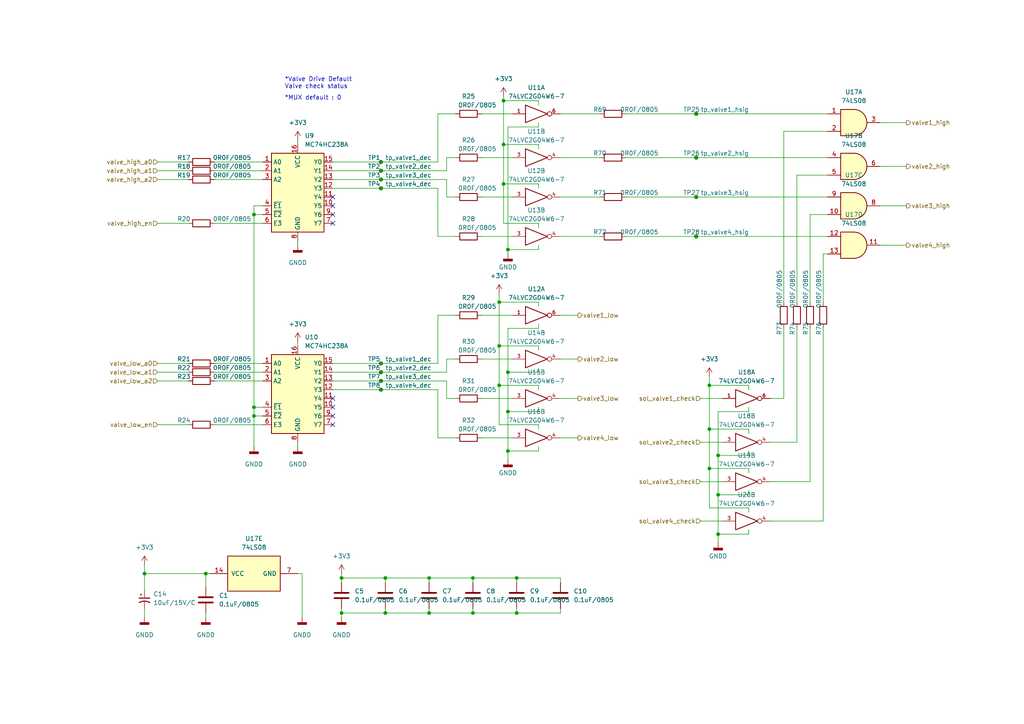
<source format=kicad_sch>
(kicad_sch (version 20211123) (generator eeschema)
  (paper "A4")
  (lib_symbols
    (symbol "74xGxx:74LVC2G04" (pin_names (offset 1.016))
      (property "Reference" "U" (at -2.54 3.81 0))
      (property "Value" "74LVC2G04" (at 0 -3.81 0))
      (symbol "74LVC2G04_0_1"
        (polyline (pts (xy -3.81 2.54) (xy -3.81 -2.54) (xy 2.54 0) (xy -3.81 2.54)) (stroke (width 0.254)))
        (pin power_in line (at 0 -2.54 270) (length 0) hide (name "GND") (number "2"))
        (pin power_in line (at 0 2.54 90) (length 0) hide (name "VCC") (number "5"))
      )
      (symbol "74LVC2G04_1_1"
        (pin input line (at -7.62 0 0) (length 3.81) (name "~") (number "1"))
        (pin output inverted (at 6.35 0 180) (length 3.81) (name "~") (number "6"))
      )
      (symbol "74LVC2G04_2_1"
        (pin input line (at -7.62 0 0) (length 3.81) (name "~") (number "3"))
        (pin output inverted (at 6.35 0 180) (length 3.81) (name "~") (number "4"))
      )
    )
    (symbol "74xx:74HC238"
      (property "Reference" "U" (at -7.62 13.97 0))
      (property "Value" "74HC238" (at 2.54 -11.43 0))
      (symbol "74HC238_0_1"
        (rectangle (start -7.62 12.7) (end 7.62 -10.16) (stroke (width 0.254)) (fill (type background)))
      )
      (symbol "74HC238_1_1"
        (pin input line (at -10.16 10.16 0) (length 2.54) (name "A0") (number "1"))
        (pin output line (at 10.16 -2.54 180) (length 2.54) (name "Y5") (number "10"))
        (pin output line (at 10.16 0 180) (length 2.54) (name "Y4") (number "11"))
        (pin output line (at 10.16 2.54 180) (length 2.54) (name "Y3") (number "12"))
        (pin output line (at 10.16 5.08 180) (length 2.54) (name "Y2") (number "13"))
        (pin output line (at 10.16 7.62 180) (length 2.54) (name "Y1") (number "14"))
        (pin output line (at 10.16 10.16 180) (length 2.54) (name "Y0") (number "15"))
        (pin power_in line (at 0 15.24 270) (length 2.54) (name "VCC") (number "16"))
        (pin input line (at -10.16 7.62 0) (length 2.54) (name "A1") (number "2"))
        (pin input line (at -10.16 5.08 0) (length 2.54) (name "A2") (number "3"))
        (pin input line (at -10.16 -2.54 0) (length 2.54) (name "~{E1}") (number "4"))
        (pin input line (at -10.16 -5.08 0) (length 2.54) (name "~{E2}") (number "5"))
        (pin input line (at -10.16 -7.62 0) (length 2.54) (name "E3") (number "6"))
        (pin output line (at 10.16 -7.62 180) (length 2.54) (name "Y7") (number "7"))
        (pin power_in line (at 0 -12.7 90) (length 2.54) (name "GND") (number "8"))
        (pin output line (at 10.16 -5.08 180) (length 2.54) (name "Y6") (number "9"))
      )
    )
    (symbol "74xx:74LS08" (pin_names (offset 1.016))
      (property "Reference" "U" (at 0 1.27 0))
      (property "Value" "74LS08" (at 0 -1.27 0))
      (symbol "74LS08_1_1"
        (arc (start 0 -3.81) (mid 3.81 0) (end 0 3.81) (stroke (width 0.254)) (fill (type background)))
        (polyline (pts (xy 0 3.81) (xy -3.81 3.81) (xy -3.81 -3.81) (xy 0 -3.81)) (stroke (width 0.254)) (fill (type background)))
        (pin input line (at -7.62 2.54 0) (length 3.81) (name "~") (number "1"))
        (pin input line (at -7.62 -2.54 0) (length 3.81) (name "~") (number "2"))
        (pin output line (at 7.62 0 180) (length 3.81) (name "~") (number "3"))
      )
      (symbol "74LS08_1_2"
        (arc (start -3.81 -3.81) (mid -2.589 0) (end -3.81 3.81) (stroke (width 0.254)))
        (arc (start -0.6096 -3.81) (mid 2.1842 -2.5851) (end 3.81 0) (stroke (width 0.254)) (fill (type background)))
        (polyline (pts (xy -3.81 -3.81) (xy -0.635 -3.81)) (stroke (width 0.254)) (fill (type background)))
        (polyline (pts (xy -3.81 3.81) (xy -0.635 3.81)) (stroke (width 0.254)) (fill (type background)))
        (polyline (pts (xy -0.635 3.81) (xy -3.81 3.81) (xy -3.81 3.81) (xy -3.556 3.4036) (xy -3.0226 2.2606) (xy -2.6924 1.0414) (xy -2.6162 -0.254) (xy -2.7686 -1.4986) (xy -3.175 -2.7178) (xy -3.81 -3.81) (xy -3.81 -3.81) (xy -0.635 -3.81)) (stroke (width -25.4)) (fill (type background)))
        (arc (start 3.81 0) (mid 2.1915 2.5936) (end -0.6096 3.81) (stroke (width 0.254)) (fill (type background)))
        (pin input inverted (at -7.62 2.54 0) (length 4.318) (name "~") (number "1"))
        (pin input inverted (at -7.62 -2.54 0) (length 4.318) (name "~") (number "2"))
        (pin output inverted (at 7.62 0 180) (length 3.81) (name "~") (number "3"))
      )
      (symbol "74LS08_2_1"
        (arc (start 0 -3.81) (mid 3.81 0) (end 0 3.81) (stroke (width 0.254)) (fill (type background)))
        (polyline (pts (xy 0 3.81) (xy -3.81 3.81) (xy -3.81 -3.81) (xy 0 -3.81)) (stroke (width 0.254)) (fill (type background)))
        (pin input line (at -7.62 2.54 0) (length 3.81) (name "~") (number "4"))
        (pin input line (at -7.62 -2.54 0) (length 3.81) (name "~") (number "5"))
        (pin output line (at 7.62 0 180) (length 3.81) (name "~") (number "6"))
      )
      (symbol "74LS08_2_2"
        (arc (start -3.81 -3.81) (mid -2.589 0) (end -3.81 3.81) (stroke (width 0.254)))
        (arc (start -0.6096 -3.81) (mid 2.1842 -2.5851) (end 3.81 0) (stroke (width 0.254)) (fill (type background)))
        (polyline (pts (xy -3.81 -3.81) (xy -0.635 -3.81)) (stroke (width 0.254)) (fill (type background)))
        (polyline (pts (xy -3.81 3.81) (xy -0.635 3.81)) (stroke (width 0.254)) (fill (type background)))
        (polyline (pts (xy -0.635 3.81) (xy -3.81 3.81) (xy -3.81 3.81) (xy -3.556 3.4036) (xy -3.0226 2.2606) (xy -2.6924 1.0414) (xy -2.6162 -0.254) (xy -2.7686 -1.4986) (xy -3.175 -2.7178) (xy -3.81 -3.81) (xy -3.81 -3.81) (xy -0.635 -3.81)) (stroke (width -25.4)) (fill (type background)))
        (arc (start 3.81 0) (mid 2.1915 2.5936) (end -0.6096 3.81) (stroke (width 0.254)) (fill (type background)))
        (pin input inverted (at -7.62 2.54 0) (length 4.318) (name "~") (number "4"))
        (pin input inverted (at -7.62 -2.54 0) (length 4.318) (name "~") (number "5"))
        (pin output inverted (at 7.62 0 180) (length 3.81) (name "~") (number "6"))
      )
      (symbol "74LS08_3_1"
        (arc (start 0 -3.81) (mid 3.81 0) (end 0 3.81) (stroke (width 0.254)) (fill (type background)))
        (polyline (pts (xy 0 3.81) (xy -3.81 3.81) (xy -3.81 -3.81) (xy 0 -3.81)) (stroke (width 0.254)) (fill (type background)))
        (pin input line (at -7.62 -2.54 0) (length 3.81) (name "~") (number "10"))
        (pin output line (at 7.62 0 180) (length 3.81) (name "~") (number "8"))
        (pin input line (at -7.62 2.54 0) (length 3.81) (name "~") (number "9"))
      )
      (symbol "74LS08_3_2"
        (arc (start -3.81 -3.81) (mid -2.589 0) (end -3.81 3.81) (stroke (width 0.254)))
        (arc (start -0.6096 -3.81) (mid 2.1842 -2.5851) (end 3.81 0) (stroke (width 0.254)) (fill (type background)))
        (polyline (pts (xy -3.81 -3.81) (xy -0.635 -3.81)) (stroke (width 0.254)) (fill (type background)))
        (polyline (pts (xy -3.81 3.81) (xy -0.635 3.81)) (stroke (width 0.254)) (fill (type background)))
        (polyline (pts (xy -0.635 3.81) (xy -3.81 3.81) (xy -3.81 3.81) (xy -3.556 3.4036) (xy -3.0226 2.2606) (xy -2.6924 1.0414) (xy -2.6162 -0.254) (xy -2.7686 -1.4986) (xy -3.175 -2.7178) (xy -3.81 -3.81) (xy -3.81 -3.81) (xy -0.635 -3.81)) (stroke (width -25.4)) (fill (type background)))
        (arc (start 3.81 0) (mid 2.1915 2.5936) (end -0.6096 3.81) (stroke (width 0.254)) (fill (type background)))
        (pin input inverted (at -7.62 -2.54 0) (length 4.318) (name "~") (number "10"))
        (pin output inverted (at 7.62 0 180) (length 3.81) (name "~") (number "8"))
        (pin input inverted (at -7.62 2.54 0) (length 4.318) (name "~") (number "9"))
      )
      (symbol "74LS08_4_1"
        (arc (start 0 -3.81) (mid 3.81 0) (end 0 3.81) (stroke (width 0.254)) (fill (type background)))
        (polyline (pts (xy 0 3.81) (xy -3.81 3.81) (xy -3.81 -3.81) (xy 0 -3.81)) (stroke (width 0.254)) (fill (type background)))
        (pin output line (at 7.62 0 180) (length 3.81) (name "~") (number "11"))
        (pin input line (at -7.62 2.54 0) (length 3.81) (name "~") (number "12"))
        (pin input line (at -7.62 -2.54 0) (length 3.81) (name "~") (number "13"))
      )
      (symbol "74LS08_4_2"
        (arc (start -3.81 -3.81) (mid -2.589 0) (end -3.81 3.81) (stroke (width 0.254)))
        (arc (start -0.6096 -3.81) (mid 2.1842 -2.5851) (end 3.81 0) (stroke (width 0.254)) (fill (type background)))
        (polyline (pts (xy -3.81 -3.81) (xy -0.635 -3.81)) (stroke (width 0.254)) (fill (type background)))
        (polyline (pts (xy -3.81 3.81) (xy -0.635 3.81)) (stroke (width 0.254)) (fill (type background)))
        (polyline (pts (xy -0.635 3.81) (xy -3.81 3.81) (xy -3.81 3.81) (xy -3.556 3.4036) (xy -3.0226 2.2606) (xy -2.6924 1.0414) (xy -2.6162 -0.254) (xy -2.7686 -1.4986) (xy -3.175 -2.7178) (xy -3.81 -3.81) (xy -3.81 -3.81) (xy -0.635 -3.81)) (stroke (width -25.4)) (fill (type background)))
        (arc (start 3.81 0) (mid 2.1915 2.5936) (end -0.6096 3.81) (stroke (width 0.254)) (fill (type background)))
        (pin output inverted (at 7.62 0 180) (length 3.81) (name "~") (number "11"))
        (pin input inverted (at -7.62 2.54 0) (length 4.318) (name "~") (number "12"))
        (pin input inverted (at -7.62 -2.54 0) (length 4.318) (name "~") (number "13"))
      )
      (symbol "74LS08_5_0"
        (pin power_in line (at 0 12.7 270) (length 5.08) (name "VCC") (number "14"))
        (pin power_in line (at 0 -12.7 90) (length 5.08) (name "GND") (number "7"))
      )
      (symbol "74LS08_5_1"
        (rectangle (start -5.08 7.62) (end 5.08 -7.62) (stroke (width 0.254)) (fill (type background)))
      )
    )
    (symbol "Connector:TestPoint_Small" (pin_numbers hide) (pin_names (offset 0.762) hide)
      (property "Reference" "TP" (at 0 3.81 0))
      (property "Value" "TestPoint_Small" (at 0 2.032 0))
      (symbol "TestPoint_Small_0_1"
        (circle (center 0 0) (radius 0.508))
      )
      (symbol "TestPoint_Small_1_1"
        (pin passive line (at 0 0 90) (length 0) (name "1") (number "1"))
      )
    )
    (symbol "Device:C" (pin_numbers hide) (pin_names (offset 0.254))
      (property "Reference" "C" (at 0.635 2.54 0))
      (property "Value" "C" (at 0.635 -2.54 0))
      (symbol "C_0_1"
        (polyline (pts (xy -2.032 -0.762) (xy 2.032 -0.762)) (stroke (width 0.508)))
        (polyline (pts (xy -2.032 0.762) (xy 2.032 0.762)) (stroke (width 0.508)))
      )
      (symbol "C_1_1"
        (pin passive line (at 0 3.81 270) (length 2.794) (name "~") (number "1"))
        (pin passive line (at 0 -3.81 90) (length 2.794) (name "~") (number "2"))
      )
    )
    (symbol "Device:C_Polarized_Small_US" (pin_numbers hide) (pin_names (offset 0.254) hide)
      (property "Reference" "C" (at 0.254 1.778 0))
      (property "Value" "C_Polarized_Small_US" (at 0.254 -2.032 0))
      (symbol "C_Polarized_Small_US_0_1"
        (polyline (pts (xy -1.524 0.508) (xy 1.524 0.508)) (stroke (width 0.3048)))
        (polyline (pts (xy -1.27 1.524) (xy -0.762 1.524)))
        (polyline (pts (xy -1.016 1.27) (xy -1.016 1.778)))
        (arc (start 1.524 -0.762) (mid 0 -0.3734) (end -1.524 -0.762) (stroke (width 0.3048)))
      )
      (symbol "C_Polarized_Small_US_1_1"
        (pin passive line (at 0 2.54 270) (length 2.032) (name "~") (number "1"))
        (pin passive line (at 0 -2.54 90) (length 2.032) (name "~") (number "2"))
      )
    )
    (symbol "Device:R" (pin_numbers hide) (pin_names (offset 0))
      (property "Reference" "R" (at 2.032 0 90))
      (property "Value" "R" (at 0 0 90))
      (symbol "R_0_1"
        (rectangle (start -1.016 -2.54) (end 1.016 2.54) (stroke (width 0.254)))
      )
      (symbol "R_1_1"
        (pin passive line (at 0 3.81 270) (length 1.27) (name "~") (number "1"))
        (pin passive line (at 0 -3.81 90) (length 1.27) (name "~") (number "2"))
      )
    )
    (symbol "power:+3V3" (power) (pin_names (offset 0))
      (property "Value" "+3V3" (at 0 3.556 0))
      (symbol "+3V3_0_1"
        (polyline (pts (xy -0.762 1.27) (xy 0 2.54)))
        (polyline (pts (xy 0 0) (xy 0 2.54)))
        (polyline (pts (xy 0 2.54) (xy 0.762 1.27)))
      )
      (symbol "+3V3_1_1"
        (pin power_in line (at 0 0 90) (length 0) hide (name "+3V3") (number "1"))
      )
    )
    (symbol "power:GNDD" (power) (pin_names (offset 0))
      (property "Value" "GNDD" (at 0 -3.175 0))
      (symbol "GNDD_0_1"
        (rectangle (start -1.27 -1.524) (end 1.27 -2.032) (stroke (width 0.254)) (fill (type outline)))
        (polyline (pts (xy 0 0) (xy 0 -1.524)))
      )
      (symbol "GNDD_1_1"
        (pin power_in line (at 0 0 270) (length 0) hide (name "GNDD") (number "1"))
      )
    )
  )
  (junction (at 110.49 105.41))
  (junction (at 147.32 119.38))
  (junction (at 205.74 111.76))
  (junction (at 73.66 62.23))
  (junction (at 41.91 166.37))
  (junction (at 124.46 177.8))
  (junction (at 201.93 57.15))
  (junction (at 110.49 49.53))
  (junction (at 144.78 111.76))
  (junction (at 73.66 118.11))
  (junction (at 59.69 166.37))
  (junction (at 201.93 68.58))
  (junction (at 110.49 113.03))
  (junction (at 208.28 143.51))
  (junction (at 110.49 110.49))
  (junction (at 146.05 29.21))
  (junction (at 201.93 33.02))
  (junction (at 99.06 167.64))
  (junction (at 99.06 177.8))
  (junction (at 110.49 107.95))
  (junction (at 144.78 100.33))
  (junction (at 208.28 154.94))
  (junction (at 147.32 130.81))
  (junction (at 147.32 107.95))
  (junction (at 149.86 167.64))
  (junction (at 146.05 53.34))
  (junction (at 110.49 52.07))
  (junction (at 110.49 54.61))
  (junction (at 124.46 167.64))
  (junction (at 149.86 177.8))
  (junction (at 147.32 72.39))
  (junction (at 73.66 120.65))
  (junction (at 208.28 132.08))
  (junction (at 137.16 177.8))
  (junction (at 111.76 167.64))
  (junction (at 205.74 135.89))
  (junction (at 205.74 124.46))
  (junction (at 137.16 167.64))
  (junction (at 144.78 87.63))
  (junction (at 111.76 177.8))
  (junction (at 110.49 46.99))
  (junction (at 146.05 41.91))
  (junction (at 201.93 45.72))
  (no_connect (at 96.52 115.57))
  (no_connect (at 96.52 57.15))
  (no_connect (at 96.52 118.11))
  (no_connect (at 96.52 123.19))
  (no_connect (at 96.52 120.65))
  (no_connect (at 96.52 62.23))
  (no_connect (at 96.52 64.77))
  (no_connect (at 96.52 59.69))
  (wire (pts (xy 86.36 166.37) (xy 87.63 166.37)))
  (wire (pts (xy 62.23 107.95) (xy 76.2 107.95)))
  (wire (pts (xy 62.23 49.53) (xy 76.2 49.53)))
  (wire (pts (xy 45.72 105.41) (xy 54.61 105.41)))
  (wire (pts (xy 162.56 176.53) (xy 162.56 177.8)))
  (wire (pts (xy 156.21 95.25) (xy 147.32 95.25)))
  (wire (pts (xy 162.56 115.57) (xy 167.64 115.57)))
  (wire (pts (xy 205.74 124.46) (xy 205.74 111.76)))
  (wire (pts (xy 156.21 118.11) (xy 156.21 119.38)))
  (wire (pts (xy 227.33 115.57) (xy 227.33 95.25)))
  (wire (pts (xy 62.23 52.07) (xy 76.2 52.07)))
  (wire (pts (xy 217.17 153.67) (xy 217.17 154.94)))
  (wire (pts (xy 110.49 54.61) (xy 127 54.61)))
  (wire (pts (xy 147.32 36.83) (xy 147.32 72.39)))
  (wire (pts (xy 99.06 176.53) (xy 99.06 177.8)))
  (wire (pts (xy 217.17 119.38) (xy 208.28 119.38)))
  (wire (pts (xy 146.05 41.91) (xy 156.21 41.91)))
  (wire (pts (xy 146.05 64.77) (xy 146.05 53.34)))
  (wire (pts (xy 45.72 123.19) (xy 54.61 123.19)))
  (wire (pts (xy 62.23 46.99) (xy 76.2 46.99)))
  (wire (pts (xy 147.32 130.81) (xy 147.32 133.35)))
  (wire (pts (xy 129.54 115.57) (xy 132.08 115.57)))
  (wire (pts (xy 156.21 111.76) (xy 144.78 111.76)))
  (wire (pts (xy 73.66 59.69) (xy 73.66 62.23)))
  (wire (pts (xy 139.7 33.02) (xy 148.59 33.02)))
  (wire (pts (xy 127 113.03) (xy 127 127)))
  (wire (pts (xy 139.7 127) (xy 148.59 127)))
  (wire (pts (xy 217.17 124.46) (xy 205.74 124.46)))
  (wire (pts (xy 45.72 64.77) (xy 54.61 64.77)))
  (wire (pts (xy 129.54 107.95) (xy 129.54 104.14)))
  (wire (pts (xy 127 91.44) (xy 132.08 91.44)))
  (polyline (pts (xy 328.93 38.1) (xy 354.33 38.1)) (stroke (width 0) (type dash) (color 255 14 14 1)))
  (wire (pts (xy 110.49 110.49) (xy 129.54 110.49)))
  (wire (pts (xy 129.54 57.15) (xy 132.08 57.15)))
  (wire (pts (xy 156.21 123.19) (xy 144.78 123.19)))
  (wire (pts (xy 99.06 167.64) (xy 99.06 168.91)))
  (wire (pts (xy 217.17 111.76) (xy 205.74 111.76)))
  (wire (pts (xy 139.7 68.58) (xy 148.59 68.58)))
  (wire (pts (xy 41.91 176.53) (xy 41.91 179.07)))
  (wire (pts (xy 99.06 177.8) (xy 99.06 179.07)))
  (wire (pts (xy 139.7 45.72) (xy 148.59 45.72)))
  (wire (pts (xy 110.49 113.03) (xy 127 113.03)))
  (wire (pts (xy 156.21 113.03) (xy 156.21 111.76)))
  (wire (pts (xy 156.21 129.54) (xy 156.21 130.81)))
  (wire (pts (xy 156.21 36.83) (xy 147.32 36.83)))
  (wire (pts (xy 231.14 128.27) (xy 231.14 95.25)))
  (wire (pts (xy 162.56 68.58) (xy 173.99 68.58)))
  (wire (pts (xy 62.23 105.41) (xy 76.2 105.41)))
  (wire (pts (xy 110.49 107.95) (xy 129.54 107.95)))
  (polyline (pts (xy 354.33 64.77) (xy 354.33 38.1)) (stroke (width 0) (type dash) (color 255 14 14 1)))
  (wire (pts (xy 156.21 72.39) (xy 147.32 72.39)))
  (wire (pts (xy 110.49 105.41) (xy 127 105.41)))
  (wire (pts (xy 156.21 93.98) (xy 156.21 95.25)))
  (wire (pts (xy 45.72 46.99) (xy 54.61 46.99)))
  (wire (pts (xy 73.66 120.65) (xy 73.66 129.54)))
  (wire (pts (xy 208.28 132.08) (xy 217.17 132.08)))
  (wire (pts (xy 223.52 115.57) (xy 227.33 115.57)))
  (wire (pts (xy 111.76 177.8) (xy 99.06 177.8)))
  (wire (pts (xy 231.14 87.63) (xy 231.14 50.8)))
  (wire (pts (xy 149.86 167.64) (xy 162.56 167.64)))
  (wire (pts (xy 147.32 107.95) (xy 147.32 119.38)))
  (wire (pts (xy 144.78 87.63) (xy 144.78 85.09)))
  (wire (pts (xy 96.52 113.03) (xy 110.49 113.03)))
  (wire (pts (xy 129.54 52.07) (xy 129.54 57.15)))
  (wire (pts (xy 62.23 110.49) (xy 76.2 110.49)))
  (wire (pts (xy 255.27 59.69) (xy 262.89 59.69)))
  (wire (pts (xy 59.69 177.8) (xy 59.69 179.07)))
  (wire (pts (xy 45.72 49.53) (xy 54.61 49.53)))
  (wire (pts (xy 156.21 106.68) (xy 156.21 107.95)))
  (wire (pts (xy 223.52 139.7) (xy 234.95 139.7)))
  (wire (pts (xy 129.54 45.72) (xy 132.08 45.72)))
  (wire (pts (xy 227.33 38.1) (xy 240.03 38.1)))
  (wire (pts (xy 205.74 111.76) (xy 205.74 109.22)))
  (wire (pts (xy 217.17 137.16) (xy 217.17 135.89)))
  (wire (pts (xy 111.76 176.53) (xy 111.76 177.8)))
  (wire (pts (xy 144.78 123.19) (xy 144.78 111.76)))
  (wire (pts (xy 41.91 166.37) (xy 59.69 166.37)))
  (wire (pts (xy 181.61 33.02) (xy 201.93 33.02)))
  (wire (pts (xy 139.7 57.15) (xy 148.59 57.15)))
  (wire (pts (xy 62.23 123.19) (xy 76.2 123.19)))
  (wire (pts (xy 45.72 110.49) (xy 54.61 110.49)))
  (wire (pts (xy 73.66 118.11) (xy 73.66 120.65)))
  (wire (pts (xy 96.52 54.61) (xy 110.49 54.61)))
  (wire (pts (xy 255.27 35.56) (xy 262.89 35.56)))
  (wire (pts (xy 208.28 119.38) (xy 208.28 132.08)))
  (wire (pts (xy 41.91 166.37) (xy 41.91 163.83)))
  (wire (pts (xy 110.49 46.99) (xy 127 46.99)))
  (wire (pts (xy 137.16 176.53) (xy 137.16 177.8)))
  (wire (pts (xy 127 33.02) (xy 132.08 33.02)))
  (wire (pts (xy 217.17 113.03) (xy 217.17 111.76)))
  (wire (pts (xy 201.93 68.58) (xy 240.03 68.58)))
  (wire (pts (xy 162.56 91.44) (xy 167.64 91.44)))
  (wire (pts (xy 156.21 64.77) (xy 146.05 64.77)))
  (wire (pts (xy 156.21 88.9) (xy 156.21 87.63)))
  (wire (pts (xy 96.52 105.41) (xy 110.49 105.41)))
  (wire (pts (xy 162.56 127) (xy 167.64 127)))
  (wire (pts (xy 208.28 132.08) (xy 208.28 143.51)))
  (wire (pts (xy 156.21 53.34) (xy 146.05 53.34)))
  (wire (pts (xy 208.28 154.94) (xy 217.17 154.94)))
  (wire (pts (xy 149.86 176.53) (xy 149.86 177.8)))
  (polyline (pts (xy 328.93 38.1) (xy 328.93 64.77)) (stroke (width 0) (type dash) (color 255 14 14 1)))
  (wire (pts (xy 86.36 40.64) (xy 86.36 41.91)))
  (wire (pts (xy 60.96 166.37) (xy 59.69 166.37)))
  (wire (pts (xy 156.21 35.56) (xy 156.21 36.83)))
  (wire (pts (xy 217.17 135.89) (xy 205.74 135.89)))
  (wire (pts (xy 129.54 49.53) (xy 129.54 45.72)))
  (wire (pts (xy 76.2 59.69) (xy 73.66 59.69)))
  (wire (pts (xy 223.52 151.13) (xy 238.76 151.13)))
  (wire (pts (xy 231.14 50.8) (xy 240.03 50.8)))
  (wire (pts (xy 96.52 110.49) (xy 110.49 110.49)))
  (wire (pts (xy 217.17 130.81) (xy 217.17 132.08)))
  (wire (pts (xy 139.7 115.57) (xy 148.59 115.57)))
  (wire (pts (xy 255.27 71.12) (xy 262.89 71.12)))
  (wire (pts (xy 73.66 62.23) (xy 76.2 62.23)))
  (wire (pts (xy 73.66 62.23) (xy 73.66 118.11)))
  (wire (pts (xy 146.05 29.21) (xy 156.21 29.21)))
  (wire (pts (xy 96.52 46.99) (xy 110.49 46.99)))
  (wire (pts (xy 162.56 168.91) (xy 162.56 167.64)))
  (wire (pts (xy 156.21 66.04) (xy 156.21 64.77)))
  (wire (pts (xy 41.91 171.45) (xy 41.91 166.37)))
  (wire (pts (xy 217.17 118.11) (xy 217.17 119.38)))
  (wire (pts (xy 181.61 57.15) (xy 201.93 57.15)))
  (wire (pts (xy 73.66 118.11) (xy 76.2 118.11)))
  (wire (pts (xy 156.21 87.63) (xy 144.78 87.63)))
  (wire (pts (xy 111.76 177.8) (xy 124.46 177.8)))
  (wire (pts (xy 205.74 135.89) (xy 205.74 124.46)))
  (wire (pts (xy 137.16 167.64) (xy 137.16 168.91)))
  (wire (pts (xy 181.61 68.58) (xy 201.93 68.58)))
  (wire (pts (xy 156.21 41.91) (xy 156.21 43.18)))
  (wire (pts (xy 86.36 69.85) (xy 86.36 71.12)))
  (wire (pts (xy 234.95 62.23) (xy 240.03 62.23)))
  (wire (pts (xy 255.27 48.26) (xy 262.89 48.26)))
  (wire (pts (xy 238.76 87.63) (xy 238.76 73.66)))
  (wire (pts (xy 227.33 87.63) (xy 227.33 38.1)))
  (wire (pts (xy 99.06 166.37) (xy 99.06 167.64)))
  (wire (pts (xy 86.36 128.27) (xy 86.36 129.54)))
  (wire (pts (xy 156.21 100.33) (xy 144.78 100.33)))
  (wire (pts (xy 146.05 53.34) (xy 146.05 41.91)))
  (wire (pts (xy 110.49 52.07) (xy 129.54 52.07)))
  (wire (pts (xy 203.2 151.13) (xy 209.55 151.13)))
  (wire (pts (xy 146.05 41.91) (xy 146.05 29.21)))
  (wire (pts (xy 127 68.58) (xy 132.08 68.58)))
  (wire (pts (xy 144.78 111.76) (xy 144.78 100.33)))
  (wire (pts (xy 147.32 119.38) (xy 156.21 119.38)))
  (wire (pts (xy 201.93 33.02) (xy 240.03 33.02)))
  (wire (pts (xy 96.52 52.07) (xy 110.49 52.07)))
  (wire (pts (xy 127 127) (xy 132.08 127)))
  (wire (pts (xy 87.63 166.37) (xy 87.63 179.07)))
  (wire (pts (xy 234.95 139.7) (xy 234.95 95.25)))
  (wire (pts (xy 124.46 167.64) (xy 124.46 168.91)))
  (wire (pts (xy 45.72 107.95) (xy 54.61 107.95)))
  (wire (pts (xy 111.76 167.64) (xy 124.46 167.64)))
  (wire (pts (xy 139.7 104.14) (xy 148.59 104.14)))
  (wire (pts (xy 137.16 167.64) (xy 149.86 167.64)))
  (wire (pts (xy 99.06 167.64) (xy 111.76 167.64)))
  (wire (pts (xy 203.2 115.57) (xy 209.55 115.57)))
  (wire (pts (xy 96.52 107.95) (xy 110.49 107.95)))
  (wire (pts (xy 238.76 151.13) (xy 238.76 95.25)))
  (wire (pts (xy 129.54 110.49) (xy 129.54 115.57)))
  (wire (pts (xy 124.46 176.53) (xy 124.46 177.8)))
  (polyline (pts (xy 328.93 64.77) (xy 354.33 64.77)) (stroke (width 0) (type dash) (color 255 14 14 1)))
  (wire (pts (xy 162.56 104.14) (xy 167.64 104.14)))
  (wire (pts (xy 127 46.99) (xy 127 33.02)))
  (wire (pts (xy 201.93 45.72) (xy 240.03 45.72)))
  (wire (pts (xy 146.05 27.94) (xy 146.05 29.21)))
  (wire (pts (xy 203.2 139.7) (xy 209.55 139.7)))
  (wire (pts (xy 162.56 33.02) (xy 173.99 33.02)))
  (wire (pts (xy 156.21 71.12) (xy 156.21 72.39)))
  (wire (pts (xy 73.66 120.65) (xy 76.2 120.65)))
  (wire (pts (xy 110.49 49.53) (xy 129.54 49.53)))
  (wire (pts (xy 156.21 124.46) (xy 156.21 123.19)))
  (wire (pts (xy 127 105.41) (xy 127 91.44)))
  (wire (pts (xy 181.61 45.72) (xy 201.93 45.72)))
  (wire (pts (xy 217.17 147.32) (xy 205.74 147.32)))
  (wire (pts (xy 45.72 52.07) (xy 54.61 52.07)))
  (wire (pts (xy 156.21 54.61) (xy 156.21 53.34)))
  (wire (pts (xy 124.46 167.64) (xy 137.16 167.64)))
  (wire (pts (xy 139.7 91.44) (xy 148.59 91.44)))
  (wire (pts (xy 129.54 104.14) (xy 132.08 104.14)))
  (wire (pts (xy 234.95 87.63) (xy 234.95 62.23)))
  (wire (pts (xy 147.32 130.81) (xy 156.21 130.81)))
  (wire (pts (xy 59.69 166.37) (xy 59.69 170.18)))
  (wire (pts (xy 86.36 99.06) (xy 86.36 100.33)))
  (wire (pts (xy 208.28 143.51) (xy 217.17 143.51)))
  (wire (pts (xy 156.21 101.6) (xy 156.21 100.33)))
  (wire (pts (xy 208.28 143.51) (xy 208.28 154.94)))
  (wire (pts (xy 137.16 177.8) (xy 149.86 177.8)))
  (wire (pts (xy 156.21 29.21) (xy 156.21 30.48)))
  (wire (pts (xy 217.17 148.59) (xy 217.17 147.32)))
  (wire (pts (xy 217.17 125.73) (xy 217.17 124.46)))
  (wire (pts (xy 147.32 72.39) (xy 147.32 73.66)))
  (wire (pts (xy 147.32 119.38) (xy 147.32 130.81)))
  (wire (pts (xy 111.76 168.91) (xy 111.76 167.64)))
  (wire (pts (xy 223.52 128.27) (xy 231.14 128.27)))
  (wire (pts (xy 147.32 95.25) (xy 147.32 107.95)))
  (wire (pts (xy 62.23 64.77) (xy 76.2 64.77)))
  (wire (pts (xy 238.76 73.66) (xy 240.03 73.66)))
  (wire (pts (xy 208.28 154.94) (xy 208.28 157.48)))
  (wire (pts (xy 217.17 142.24) (xy 217.17 143.51)))
  (wire (pts (xy 162.56 45.72) (xy 173.99 45.72)))
  (wire (pts (xy 205.74 147.32) (xy 205.74 135.89)))
  (wire (pts (xy 203.2 128.27) (xy 209.55 128.27)))
  (wire (pts (xy 162.56 57.15) (xy 173.99 57.15)))
  (wire (pts (xy 201.93 57.15) (xy 240.03 57.15)))
  (wire (pts (xy 124.46 177.8) (xy 137.16 177.8)))
  (wire (pts (xy 144.78 100.33) (xy 144.78 87.63)))
  (wire (pts (xy 149.86 177.8) (xy 162.56 177.8)))
  (wire (pts (xy 147.32 107.95) (xy 156.21 107.95)))
  (wire (pts (xy 96.52 49.53) (xy 110.49 49.53)))
  (wire (pts (xy 127 54.61) (xy 127 68.58)))
  (wire (pts (xy 149.86 167.64) (xy 149.86 168.91)))
  (image (at 334.01 49.53) (scale 0.618881))
  (text "*MUX default : 0\n" (at 82.55 29.21 0) (effects (font (size 1.27 1.27)) (justify left bottom)))
  (text "*Valve Drive Default\nValve check status\n\n" (at 82.55 27.94 0) (effects (font (size 1.27 1.27)) (justify left bottom)))
  (hierarchical_label "valve2_high" (shape output) (at 262.89 48.26 0))
  (hierarchical_label "valve_high_a2" (shape input) (at 45.72 52.07 180))
  (hierarchical_label "sol_valve4_check" (shape input) (at 203.2 151.13 180))
  (hierarchical_label "valve2_low" (shape output) (at 167.64 104.14 0))
  (hierarchical_label "valve3_high" (shape output) (at 262.89 59.69 0))
  (hierarchical_label "sol_valve2_check" (shape input) (at 203.2 128.27 180))
  (hierarchical_label "valve3_low" (shape output) (at 167.64 115.57 0))
  (hierarchical_label "valve_high_a1" (shape input) (at 45.72 49.53 180))
  (hierarchical_label "valve1_high" (shape output) (at 262.89 35.56 0))
  (hierarchical_label "valve_low_a0" (shape input) (at 45.72 105.41 180))
  (hierarchical_label "valve_low_a2" (shape input) (at 45.72 110.49 180))
  (hierarchical_label "valve_low_en" (shape input) (at 45.72 123.19 180))
  (hierarchical_label "valve1_low" (shape output) (at 167.64 91.44 0))
  (hierarchical_label "valve4_low" (shape output) (at 167.64 127 0))
  (hierarchical_label "valve_high_a0" (shape input) (at 45.72 46.99 180))
  (hierarchical_label "valve_high_en" (shape input) (at 45.72 64.77 180))
  (hierarchical_label "valve4_high" (shape output) (at 262.89 71.12 0))
  (hierarchical_label "sol_valve1_check" (shape input) (at 203.2 115.57 180))
  (hierarchical_label "sol_valve3_check" (shape input) (at 203.2 139.7 180))
  (hierarchical_label "valve_low_a1" (shape input) (at 45.72 107.95 180))
  (symbol (lib_id "Device:R") (at 231.14 91.44 180) (unit 1)
    (property "Reference" "R74" (at 229.87 95.25 90))
    (property "Value" "0R0F/0805" (at 229.87 83.82 90))
    (property "Footprint" "Resistor_SMD:R_0805_2012Metric" (effects hide))
  )
  (symbol (lib_id "74xx:74LS08") (at 247.65 35.56 0) (unit 1)
    (property "Reference" "U17" (at 247.65 26.67 0))
    (property "Value" "74LS08" (at 247.65 29.21 0))
    (property "Datasheet" "http://www.ti.com/lit/gpn/sn74LS08" (effects hide))
  )
  (symbol (lib_id "74xGxx:74LVC2G04") (at 217.17 139.7 0) (unit 2)
    (property "Reference" "U19" (at 216.535 132.08 0))
    (property "Value" "74LVC2G04W6-7" (at 216.535 134.62 0))
    (property "Datasheet" "http://www.ti.com/lit/sg/scyt129e/scyt129e.pdf" (effects hide))
  )
  (symbol (lib_id "Device:R") (at 135.89 127 90) (unit 1)
    (property "Reference" "R32" (at 135.89 121.92 90))
    (property "Value" "0R0F/0805" (at 138.43 124.46 90))
    (property "Footprint" "Resistor_SMD:R_0805_2012Metric" (effects hide))
  )
  (symbol (lib_id "74xGxx:74LVC2G04") (at 217.17 151.13 0) (unit 2)
    (property "Reference" "U20" (at 216.535 143.51 0))
    (property "Value" "74LVC2G04W6-7" (at 216.535 146.05 0))
    (property "Datasheet" "http://www.ti.com/lit/sg/scyt129e/scyt129e.pdf" (effects hide))
  )
  (symbol (lib_id "Device:R") (at 177.8 33.02 90) (unit 1)
    (property "Reference" "R69" (at 173.99 31.75 90))
    (property "Value" "0R0F/0805" (at 185.42 31.75 90))
    (property "Footprint" "Resistor_SMD:R_0805_2012Metric" (effects hide))
  )
  (symbol (lib_id "74xGxx:74LVC2G04") (at 156.21 127 0) (unit 2)
    (property "Reference" "U16" (at 155.575 119.38 0))
    (property "Value" "74LVC2G04W6-7" (at 155.575 121.92 0))
    (property "Datasheet" "http://www.ti.com/lit/sg/scyt129e/scyt129e.pdf" (effects hide))
  )
  (symbol (lib_id "Device:R") (at 58.42 110.49 90) (unit 1)
    (property "Reference" "R23" (at 53.34 109.22 90))
    (property "Value" "0R0F/0805" (at 67.31 109.22 90))
    (property "Footprint" "Resistor_SMD:R_0805_2012Metric" (effects hide))
  )
  (symbol (lib_id "Device:R") (at 177.8 68.58 90) (unit 1)
    (property "Reference" "R72" (at 173.99 67.31 90))
    (property "Value" "0R0F/0805" (at 185.42 67.31 90))
    (property "Footprint" "Resistor_SMD:R_0805_2012Metric" (effects hide))
  )
  (symbol (lib_id "Device:R") (at 238.76 91.44 180) (unit 1)
    (property "Reference" "R76" (at 237.49 95.25 90))
    (property "Value" "0R0F/0805" (at 237.49 83.82 90))
    (property "Footprint" "Resistor_SMD:R_0805_2012Metric" (effects hide))
  )
  (symbol (lib_id "Device:R") (at 177.8 57.15 90) (unit 1)
    (property "Reference" "R71" (at 173.99 55.88 90))
    (property "Value" "0R0F/0805" (at 185.42 55.88 90))
    (property "Footprint" "Resistor_SMD:R_0805_2012Metric" (effects hide))
  )
  (symbol (lib_id "Device:C") (at 59.69 173.99 0) (unit 1)
    (property "Reference" "C1" (at 63.5 172.7199 0) (effects (justify left)))
    (property "Value" "0.1uF/0805" (at 63.5 175.2599 0) (effects (justify left)))
    (property "Footprint" "Capacitor_SMD:C_0805_2012Metric" (effects hide))
  )
  (symbol (lib_id "power:GNDD") (at 99.06 179.07 0) (unit 1)
    (property "Reference" "#PWR023" (effects hide))
    (property "Value" "GNDD" (at 99.06 184.15 0))
  )
  (symbol (lib_id "74xGxx:74LVC2G04") (at 156.21 91.44 0) (unit 1)
    (property "Reference" "U12" (at 155.575 83.82 0))
    (property "Value" "74LVC2G04W6-7" (at 155.575 86.36 0))
    (property "Datasheet" "http://www.ti.com/lit/sg/scyt129e/scyt129e.pdf" (effects hide))
  )
  (symbol (lib_id "Device:R") (at 234.95 91.44 180) (unit 1)
    (property "Reference" "R75" (at 233.68 95.25 90))
    (property "Value" "0R0F/0805" (at 233.68 83.82 90))
    (property "Footprint" "Resistor_SMD:R_0805_2012Metric" (effects hide))
  )
  (symbol (lib_id "power:+3V3") (at 146.05 27.94 0) (unit 1)
    (property "Reference" "#PWR029" (effects hide))
    (property "Value" "+3V3" (at 146.05 22.86 0))
  )
  (symbol (lib_id "Device:R") (at 58.42 64.77 90) (unit 1)
    (property "Reference" "R20" (at 53.34 63.5 90))
    (property "Value" "0R0F/0805" (at 67.31 63.5 90))
    (property "Footprint" "Resistor_SMD:R_0805_2012Metric" (effects hide))
  )
  (symbol (lib_id "74xGxx:74LVC2G04") (at 156.21 57.15 0) (unit 2)
    (property "Reference" "U12" (at 155.575 49.53 0))
    (property "Value" "74LVC2G04W6-7" (at 155.575 52.07 0))
    (property "Datasheet" "http://www.ti.com/lit/sg/scyt129e/scyt129e.pdf" (effects hide))
  )
  (symbol (lib_id "74xx:74HC238") (at 86.36 57.15 0) (unit 1)
    (property "Reference" "U9" (at 88.3794 39.37 0) (effects (justify left)))
    (property "Value" "MC74HC238A" (at 88.3794 41.91 0) (effects (justify left)))
    (property "Datasheet" "https://www.ti.com/lit/ds/symlink/cd74hc238.pdf" (effects hide))
  )
  (symbol (lib_id "Device:C") (at 111.76 172.72 0) (unit 1)
    (property "Reference" "C6" (at 115.57 171.4499 0) (effects (justify left)))
    (property "Value" "0.1uF/0805" (at 115.57 173.9899 0) (effects (justify left)))
    (property "Footprint" "Capacitor_SMD:C_0805_2012Metric" (effects hide))
  )
  (symbol (lib_id "Connector:TestPoint_Small") (at 110.49 49.53 0) (unit 1)
    (property "Reference" "TP2" (at 106.68 48.26 0) (effects (justify left)))
    (property "Value" "tp_valve2_dec" (at 111.76 48.26 0) (effects (justify left)))
    (property "Footprint" "TestPoint:TestPoint_Pad_D2.5mm" (effects hide))
  )
  (symbol (lib_id "power:+3V3") (at 86.36 40.64 0) (unit 1)
    (property "Reference" "#PWR024" (effects hide))
    (property "Value" "+3V3" (at 86.36 35.56 0))
  )
  (symbol (lib_id "power:GNDD") (at 87.63 179.07 0) (unit 1)
    (property "Reference" "#PWR038" (effects hide))
    (property "Value" "GNDD" (at 87.63 184.15 0))
  )
  (symbol (lib_id "Device:R") (at 135.89 68.58 90) (unit 1)
    (property "Reference" "R28" (at 135.89 63.5 90))
    (property "Value" "0R0F/0805" (at 138.43 66.04 90))
    (property "Footprint" "Resistor_SMD:R_0805_2012Metric" (effects hide))
  )
  (symbol (lib_id "Connector:TestPoint_Small") (at 110.49 113.03 0) (unit 1)
    (property "Reference" "TP8" (at 106.68 111.76 0) (effects (justify left)))
    (property "Value" "tp_valve4_dec" (at 111.76 111.76 0) (effects (justify left)))
    (property "Footprint" "TestPoint:TestPoint_Pad_D2.5mm" (effects hide))
  )
  (symbol (lib_id "Device:C_Polarized_Small_US") (at 41.91 173.99 0) (unit 1)
    (property "Reference" "C14" (at 44.45 172.2881 0) (effects (justify left)))
    (property "Value" "10uF/15V/C" (at 44.45 174.8281 0) (effects (justify left)))
  )
  (symbol (lib_id "74xx:74HC238") (at 86.36 115.57 0) (unit 1)
    (property "Reference" "U10" (at 88.3794 97.79 0) (effects (justify left)))
    (property "Value" "MC74HC238A" (at 88.3794 100.33 0) (effects (justify left)))
    (property "Datasheet" "https://www.ti.com/lit/ds/symlink/cd74hc238.pdf" (effects hide))
  )
  (symbol (lib_id "power:GNDD") (at 208.28 157.48 0) (unit 1)
    (property "Reference" "#PWR040" (effects hide))
    (property "Value" "GNDD" (at 208.28 161.29 0))
  )
  (symbol (lib_id "Device:R") (at 58.42 123.19 90) (unit 1)
    (property "Reference" "R24" (at 53.34 121.92 90))
    (property "Value" "0R0F/0805" (at 67.31 121.92 90))
    (property "Footprint" "Resistor_SMD:R_0805_2012Metric" (effects hide))
  )
  (symbol (lib_id "Device:R") (at 58.42 46.99 90) (unit 1)
    (property "Reference" "R17" (at 53.34 45.72 90))
    (property "Value" "0R0F/0805" (at 67.31 45.72 90))
    (property "Footprint" "Resistor_SMD:R_0805_2012Metric" (effects hide))
  )
  (symbol (lib_id "74xGxx:74LVC2G04") (at 217.17 115.57 0) (unit 1)
    (property "Reference" "U18" (at 216.535 107.95 0))
    (property "Value" "74LVC2G04W6-7" (at 216.535 110.49 0))
    (property "Datasheet" "http://www.ti.com/lit/sg/scyt129e/scyt129e.pdf" (effects hide))
  )
  (symbol (lib_id "power:GNDD") (at 86.36 129.54 0) (unit 1)
    (property "Reference" "#PWR027" (effects hide))
    (property "Value" "GNDD" (at 86.36 134.62 0))
  )
  (symbol (lib_id "74xGxx:74LVC2G04") (at 156.21 33.02 0) (unit 1)
    (property "Reference" "U11" (at 155.575 25.4 0))
    (property "Value" "74LVC2G04W6-7" (at 155.575 27.94 0))
    (property "Datasheet" "http://www.ti.com/lit/sg/scyt129e/scyt129e.pdf" (effects hide))
  )
  (symbol (lib_id "74xx:74LS08") (at 247.65 48.26 0) (unit 2)
    (property "Reference" "U17" (at 247.65 39.37 0))
    (property "Value" "74LS08" (at 247.65 41.91 0))
    (property "Datasheet" "http://www.ti.com/lit/gpn/sn74LS08" (effects hide))
  )
  (symbol (lib_id "Connector:TestPoint_Small") (at 110.49 110.49 0) (unit 1)
    (property "Reference" "TP7" (at 106.68 109.22 0) (effects (justify left)))
    (property "Value" "tp_valve3_dec" (at 111.76 109.22 0) (effects (justify left)))
    (property "Footprint" "TestPoint:TestPoint_Pad_D2.5mm" (effects hide))
  )
  (symbol (lib_id "Connector:TestPoint_Small") (at 201.93 57.15 0) (unit 1)
    (property "Reference" "TP27" (at 198.12 55.88 0) (effects (justify left)))
    (property "Value" "tp_valve3_hsig" (at 203.2 55.88 0) (effects (justify left)))
    (property "Footprint" "TestPoint:TestPoint_Pad_D2.5mm" (effects hide))
  )
  (symbol (lib_id "Device:R") (at 177.8 45.72 90) (unit 1)
    (property "Reference" "R70" (at 173.99 44.45 90))
    (property "Value" "0R0F/0805" (at 185.42 44.45 90))
    (property "Footprint" "Resistor_SMD:R_0805_2012Metric" (effects hide))
  )
  (symbol (lib_id "Connector:TestPoint_Small") (at 110.49 46.99 0) (unit 1)
    (property "Reference" "TP1" (at 106.68 45.72 0) (effects (justify left)))
    (property "Value" "tp_valve1_dec" (at 111.76 45.72 0) (effects (justify left)))
    (property "Footprint" "TestPoint:TestPoint_Pad_D2.5mm" (effects hide))
  )
  (symbol (lib_id "74xGxx:74LVC2G04") (at 156.21 45.72 0) (unit 2)
    (property "Reference" "U11" (at 155.575 38.1 0))
    (property "Value" "74LVC2G04W6-7" (at 155.575 40.64 0))
    (property "Datasheet" "http://www.ti.com/lit/sg/scyt129e/scyt129e.pdf" (effects hide))
  )
  (symbol (lib_id "74xGxx:74LVC2G04") (at 217.17 128.27 0) (unit 2)
    (property "Reference" "U18" (at 216.535 120.65 0))
    (property "Value" "74LVC2G04W6-7" (at 216.535 123.19 0))
    (property "Datasheet" "http://www.ti.com/lit/sg/scyt129e/scyt129e.pdf" (effects hide))
  )
  (symbol (lib_id "Connector:TestPoint_Small") (at 201.93 33.02 0) (unit 1)
    (property "Reference" "TP25" (at 198.12 31.75 0) (effects (justify left)))
    (property "Value" "tp_valve1_hsig" (at 203.2 31.75 0) (effects (justify left)))
    (property "Footprint" "TestPoint:TestPoint_Pad_D2.5mm" (effects hide))
  )
  (symbol (lib_id "Device:R") (at 135.89 91.44 90) (unit 1)
    (property "Reference" "R29" (at 135.89 86.36 90))
    (property "Value" "0R0F/0805" (at 138.43 88.9 90))
    (property "Footprint" "Resistor_SMD:R_0805_2012Metric" (effects hide))
  )
  (symbol (lib_id "74xx:74LS08") (at 247.65 59.69 0) (unit 3)
    (property "Reference" "U17" (at 247.65 50.8 0))
    (property "Value" "74LS08" (at 247.65 53.34 0))
    (property "Datasheet" "http://www.ti.com/lit/gpn/sn74LS08" (effects hide))
  )
  (symbol (lib_id "power:+3V3") (at 41.91 163.83 0) (unit 1)
    (property "Reference" "#PWR0105" (effects hide))
    (property "Value" "+3V3" (at 41.91 158.75 0))
  )
  (symbol (lib_id "power:GNDD") (at 147.32 133.35 0) (unit 1)
    (property "Reference" "#PWR031" (effects hide))
    (property "Value" "GNDD" (at 147.32 137.16 0))
  )
  (symbol (lib_id "Connector:TestPoint_Small") (at 110.49 107.95 0) (unit 1)
    (property "Reference" "TP6" (at 106.68 106.68 0) (effects (justify left)))
    (property "Value" "tp_valve2_dec" (at 111.76 106.68 0) (effects (justify left)))
    (property "Footprint" "TestPoint:TestPoint_Pad_D2.5mm" (effects hide))
  )
  (symbol (lib_id "power:GNDD") (at 73.66 129.54 0) (unit 1)
    (property "Reference" "#PWR021" (effects hide))
    (property "Value" "GNDD" (at 73.66 134.62 0))
  )
  (symbol (lib_id "74xGxx:74LVC2G04") (at 156.21 68.58 0) (unit 2)
    (property "Reference" "U13" (at 155.575 60.96 0))
    (property "Value" "74LVC2G04W6-7" (at 155.575 63.5 0))
    (property "Datasheet" "http://www.ti.com/lit/sg/scyt129e/scyt129e.pdf" (effects hide))
  )
  (symbol (lib_id "Device:C") (at 137.16 172.72 0) (unit 1)
    (property "Reference" "C8" (at 140.97 171.4499 0) (effects (justify left)))
    (property "Value" "0.1uF/0805" (at 140.97 173.9899 0) (effects (justify left)))
    (property "Footprint" "Capacitor_SMD:C_0805_2012Metric" (effects hide))
  )
  (symbol (lib_id "Device:R") (at 227.33 91.44 180) (unit 1)
    (property "Reference" "R73" (at 226.06 95.25 90))
    (property "Value" "0R0F/0805" (at 226.06 83.82 90))
    (property "Footprint" "Resistor_SMD:R_0805_2012Metric" (effects hide))
  )
  (symbol (lib_id "Device:R") (at 58.42 107.95 90) (unit 1)
    (property "Reference" "R22" (at 53.34 106.68 90))
    (property "Value" "0R0F/0805" (at 67.31 106.68 90))
    (property "Footprint" "Resistor_SMD:R_0805_2012Metric" (effects hide))
  )
  (symbol (lib_id "Device:R") (at 135.89 104.14 90) (unit 1)
    (property "Reference" "R30" (at 135.89 99.06 90))
    (property "Value" "0R0F/0805" (at 138.43 101.6 90))
    (property "Footprint" "Resistor_SMD:R_0805_2012Metric" (effects hide))
  )
  (symbol (lib_id "Device:R") (at 135.89 45.72 90) (unit 1)
    (property "Reference" "R26" (at 135.89 40.64 90))
    (property "Value" "0R0F/0805" (at 138.43 43.18 90))
    (property "Footprint" "Resistor_SMD:R_0805_2012Metric" (effects hide))
  )
  (symbol (lib_id "Device:C") (at 162.56 172.72 0) (unit 1)
    (property "Reference" "C10" (at 166.37 171.4499 0) (effects (justify left)))
    (property "Value" "0.1uF/0805" (at 166.37 173.9899 0) (effects (justify left)))
    (property "Footprint" "Capacitor_SMD:C_0805_2012Metric" (effects hide))
  )
  (symbol (lib_id "74xGxx:74LVC2G04") (at 156.21 115.57 0) (unit 2)
    (property "Reference" "U15" (at 155.575 107.95 0))
    (property "Value" "74LVC2G04W6-7" (at 155.575 110.49 0))
    (property "Datasheet" "http://www.ti.com/lit/sg/scyt129e/scyt129e.pdf" (effects hide))
  )
  (symbol (lib_id "Connector:TestPoint_Small") (at 110.49 105.41 0) (unit 1)
    (property "Reference" "TP5" (at 106.68 104.14 0) (effects (justify left)))
    (property "Value" "tp_valve1_dec" (at 111.76 104.14 0) (effects (justify left)))
    (property "Footprint" "TestPoint:TestPoint_Pad_D2.5mm" (effects hide))
  )
  (symbol (lib_id "power:GNDD") (at 86.36 71.12 0) (unit 1)
    (property "Reference" "#PWR025" (effects hide))
    (property "Value" "GNDD" (at 86.36 76.2 0))
  )
  (symbol (lib_id "Device:R") (at 58.42 105.41 90) (unit 1)
    (property "Reference" "R21" (at 53.34 104.14 90))
    (property "Value" "0R0F/0805" (at 67.31 104.14 90))
    (property "Footprint" "Resistor_SMD:R_0805_2012Metric" (effects hide))
  )
  (symbol (lib_id "74xx:74LS08") (at 247.65 71.12 0) (unit 4)
    (property "Reference" "U17" (at 247.65 62.23 0))
    (property "Value" "74LS08" (at 247.65 64.77 0))
    (property "Datasheet" "http://www.ti.com/lit/gpn/sn74LS08" (effects hide))
  )
  (symbol (lib_id "Device:C") (at 124.46 172.72 0) (unit 1)
    (property "Reference" "C7" (at 128.27 171.4499 0) (effects (justify left)))
    (property "Value" "0.1uF/0805" (at 128.27 173.9899 0) (effects (justify left)))
    (property "Footprint" "Capacitor_SMD:C_0805_2012Metric" (effects hide))
  )
  (symbol (lib_id "Device:R") (at 135.89 33.02 90) (unit 1)
    (property "Reference" "R25" (at 135.89 27.94 90))
    (property "Value" "0R0F/0805" (at 138.43 30.48 90))
    (property "Footprint" "Resistor_SMD:R_0805_2012Metric" (effects hide))
  )
  (symbol (lib_id "74xGxx:74LVC2G04") (at 156.21 104.14 0) (unit 2)
    (property "Reference" "U14" (at 155.575 96.52 0))
    (property "Value" "74LVC2G04W6-7" (at 155.575 99.06 0))
    (property "Datasheet" "http://www.ti.com/lit/sg/scyt129e/scyt129e.pdf" (effects hide))
  )
  (symbol (lib_id "Connector:TestPoint_Small") (at 201.93 68.58 0) (unit 1)
    (property "Reference" "TP28" (at 198.12 67.31 0) (effects (justify left)))
    (property "Value" "tp_valve4_hsig" (at 203.2 67.31 0) (effects (justify left)))
    (property "Footprint" "TestPoint:TestPoint_Pad_D2.5mm" (effects hide))
  )
  (symbol (lib_id "power:+3V3") (at 99.06 166.37 0) (unit 1)
    (property "Reference" "#PWR022" (effects hide))
    (property "Value" "+3V3" (at 99.06 161.29 0))
  )
  (symbol (lib_id "power:+3V3") (at 205.74 109.22 0) (unit 1)
    (property "Reference" "#PWR039" (effects hide))
    (property "Value" "+3V3" (at 205.74 104.14 0))
  )
  (symbol (lib_id "power:GNDD") (at 41.91 179.07 0) (unit 1)
    (property "Reference" "#PWR0104" (effects hide))
    (property "Value" "GNDD" (at 41.91 184.15 0))
  )
  (symbol (lib_id "power:+3V3") (at 144.78 85.09 0) (unit 1)
    (property "Reference" "#PWR028" (effects hide))
    (property "Value" "+3V3" (at 144.78 80.01 0))
  )
  (symbol (lib_id "Device:C") (at 149.86 172.72 0) (unit 1)
    (property "Reference" "C9" (at 153.67 171.4499 0) (effects (justify left)))
    (property "Value" "0.1uF/0805" (at 153.67 173.9899 0) (effects (justify left)))
    (property "Footprint" "Capacitor_SMD:C_0805_2012Metric" (effects hide))
  )
  (symbol (lib_id "Connector:TestPoint_Small") (at 110.49 54.61 0) (unit 1)
    (property "Reference" "TP4" (at 106.68 53.34 0) (effects (justify left)))
    (property "Value" "tp_valve4_dec" (at 111.76 53.34 0) (effects (justify left)))
    (property "Footprint" "TestPoint:TestPoint_Pad_D2.5mm" (effects hide))
  )
  (symbol (lib_id "Device:R") (at 135.89 57.15 90) (unit 1)
    (property "Reference" "R27" (at 135.89 52.07 90))
    (property "Value" "0R0F/0805" (at 138.43 54.61 90))
    (property "Footprint" "Resistor_SMD:R_0805_2012Metric" (effects hide))
  )
  (symbol (lib_id "power:GNDD") (at 59.69 179.07 0) (unit 1)
    (property "Reference" "#PWR0106" (effects hide))
    (property "Value" "GNDD" (at 59.69 184.15 0))
  )
  (symbol (lib_id "power:+3V3") (at 86.36 99.06 0) (unit 1)
    (property "Reference" "#PWR026" (effects hide))
    (property "Value" "+3V3" (at 86.36 93.98 0))
  )
  (symbol (lib_id "Connector:TestPoint_Small") (at 110.49 52.07 0) (unit 1)
    (property "Reference" "TP3" (at 106.68 50.8 0) (effects (justify left)))
    (property "Value" "tp_valve3_dec" (at 111.76 50.8 0) (effects (justify left)))
    (property "Footprint" "TestPoint:TestPoint_Pad_D2.5mm" (effects hide))
  )
  (symbol (lib_id "74xx:74LS08") (at 73.66 166.37 90) (unit 5)
    (property "Reference" "U17" (at 73.66 156.21 90))
    (property "Value" "74LS08" (at 73.66 158.75 90))
    (property "Datasheet" "http://www.ti.com/lit/gpn/sn74LS08" (effects hide))
  )
  (symbol (lib_id "Device:R") (at 58.42 52.07 90) (unit 1)
    (property "Reference" "R19" (at 53.34 50.8 90))
    (property "Value" "0R0F/0805" (at 67.31 50.8 90))
    (property "Footprint" "Resistor_SMD:R_0805_2012Metric" (effects hide))
  )
  (symbol (lib_id "power:GNDD") (at 147.32 73.66 0) (unit 1)
    (property "Reference" "#PWR030" (effects hide))
    (property "Value" "GNDD" (at 147.32 77.47 0))
  )
  (symbol (lib_id "Device:C") (at 99.06 172.72 0) (unit 1)
    (property "Reference" "C5" (at 102.87 171.4499 0) (effects (justify left)))
    (property "Value" "0.1uF/0805" (at 102.87 173.9899 0) (effects (justify left)))
    (property "Footprint" "Capacitor_SMD:C_0805_2012Metric" (effects hide))
  )
  (symbol (lib_id "Device:R") (at 58.42 49.53 90) (unit 1)
    (property "Reference" "R18" (at 53.34 48.26 90))
    (property "Value" "0R0F/0805" (at 67.31 48.26 90))
    (property "Footprint" "Resistor_SMD:R_0805_2012Metric" (effects hide))
  )
  (symbol (lib_id "Connector:TestPoint_Small") (at 201.93 45.72 0) (unit 1)
    (property "Reference" "TP26" (at 198.12 44.45 0) (effects (justify left)))
    (property "Value" "tp_valve2_hsig" (at 203.2 44.45 0) (effects (justify left)))
    (property "Footprint" "TestPoint:TestPoint_Pad_D2.5mm" (effects hide))
  )
  (symbol (lib_id "Device:R") (at 135.89 115.57 90) (unit 1)
    (property "Reference" "R31" (at 135.89 110.49 90))
    (property "Value" "0R0F/0805" (at 138.43 113.03 90))
    (property "Footprint" "Resistor_SMD:R_0805_2012Metric" (effects hide))
  )
)
</source>
